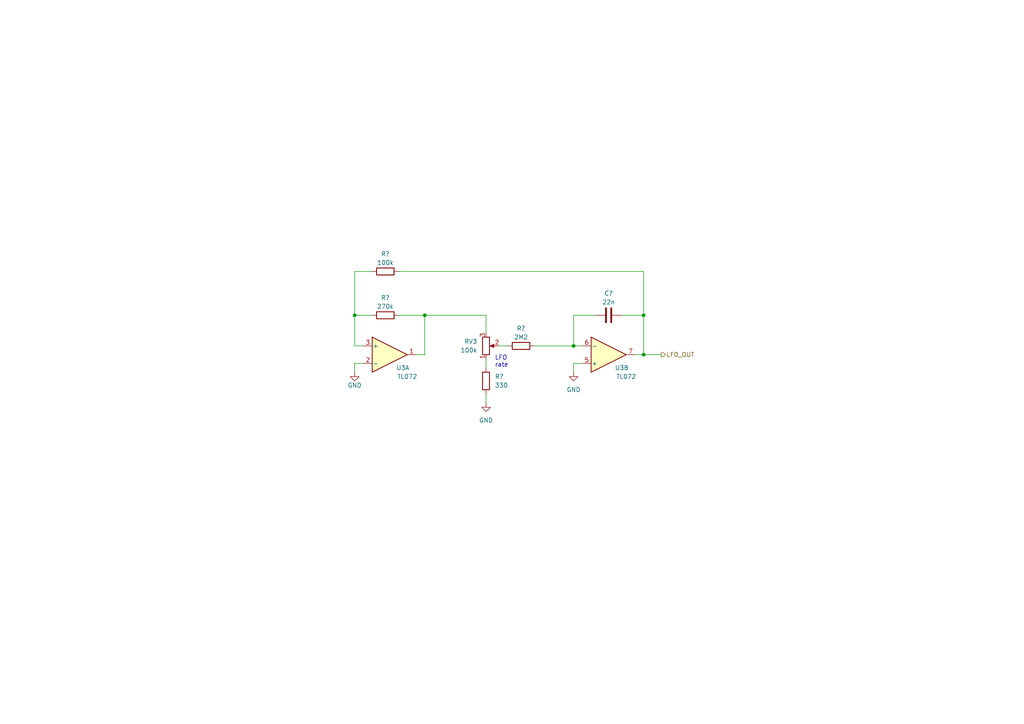
<source format=kicad_sch>
(kicad_sch (version 20211123) (generator eeschema)
  (paper "A4")
  (title_block (title "M.S.M. Stereo Lowpass Filter Pedal") (date "2022-05-19") (rev "0") (comment 2 "creativecommons.org/licenses/by/4.0") (comment 3 "License: CC by 4.0") (comment 4 "Author: Jordan Aceto"))
  (lib_symbols
    (symbol "Amplifier_Operational:TL072" (pin_names (offset 0.127))
      (property "Reference" "U" (at 0 5.08 0))
      (property "Value" "TL072" (at 0 -5.08 0))
      (symbol "TL072_1_1"
        (polyline (pts (xy -5.08 5.08) (xy 5.08 0) (xy -5.08 -5.08) (xy -5.08 5.08)) (stroke (width 0.254)) (fill (type background)))
        (pin output line (at 7.62 0 180) (length 2.54) (name "~") (number "1"))
        (pin input line (at -7.62 -2.54 0) (length 2.54) (name "-") (number "2"))
        (pin input line (at -7.62 2.54 0) (length 2.54) (name "+") (number "3"))
      )
      (symbol "TL072_2_1"
        (polyline (pts (xy -5.08 5.08) (xy 5.08 0) (xy -5.08 -5.08) (xy -5.08 5.08)) (stroke (width 0.254)) (fill (type background)))
        (pin input line (at -7.62 2.54 0) (length 2.54) (name "+") (number "5"))
        (pin input line (at -7.62 -2.54 0) (length 2.54) (name "-") (number "6"))
        (pin output line (at 7.62 0 180) (length 2.54) (name "~") (number "7"))
      )
      (symbol "TL072_3_1"
        (pin power_in line (at -2.54 -7.62 90) (length 3.81) (name "V-") (number "4"))
        (pin power_in line (at -2.54 7.62 270) (length 3.81) (name "V+") (number "8"))
      )
    )
    (symbol "Device:C" (pin_numbers hide) (pin_names (offset 0.254))
      (property "Reference" "C" (at 0.635 2.54 0))
      (property "Value" "C" (at 0.635 -2.54 0))
      (symbol "C_0_1"
        (polyline (pts (xy -2.032 -0.762) (xy 2.032 -0.762)) (stroke (width 0.508)))
        (polyline (pts (xy -2.032 0.762) (xy 2.032 0.762)) (stroke (width 0.508)))
      )
      (symbol "C_1_1"
        (pin passive line (at 0 3.81 270) (length 2.794) (name "~") (number "1"))
        (pin passive line (at 0 -3.81 90) (length 2.794) (name "~") (number "2"))
      )
    )
    (symbol "Device:R" (pin_numbers hide) (pin_names (offset 0))
      (property "Reference" "R" (at 2.032 0 90))
      (property "Value" "R" (at 0 0 90))
      (symbol "R_0_1"
        (rectangle (start -1.016 -2.54) (end 1.016 2.54) (stroke (width 0.254)))
      )
      (symbol "R_1_1"
        (pin passive line (at 0 3.81 270) (length 1.27) (name "~") (number "1"))
        (pin passive line (at 0 -3.81 90) (length 1.27) (name "~") (number "2"))
      )
    )
    (symbol "Device:R_Potentiometer" (pin_names (offset 1.016) hide)
      (property "Reference" "RV" (at -4.445 0 90))
      (property "Value" "R_Potentiometer" (at -2.54 0 90))
      (symbol "R_Potentiometer_0_1"
        (polyline (pts (xy 2.54 0) (xy 1.524 0)))
        (polyline (pts (xy 1.143 0) (xy 2.286 0.508) (xy 2.286 -0.508) (xy 1.143 0)) (fill (type outline)))
        (rectangle (start 1.016 2.54) (end -1.016 -2.54) (stroke (width 0.254)))
      )
      (symbol "R_Potentiometer_1_1"
        (pin passive line (at 0 3.81 270) (length 1.27) (name "1") (number "1"))
        (pin passive line (at 3.81 0 180) (length 1.27) (name "2") (number "2"))
        (pin passive line (at 0 -3.81 90) (length 1.27) (name "3") (number "3"))
      )
    )
    (symbol "power:GND" (power) (pin_names (offset 0))
      (property "Value" "GND" (at 0 -3.81 0))
      (symbol "GND_0_1"
        (polyline (pts (xy 0 0) (xy 0 -1.27) (xy 1.27 -1.27) (xy 0 -2.54) (xy -1.27 -1.27) (xy 0 -1.27)))
      )
      (symbol "GND_1_1"
        (pin power_in line (at 0 0 270) (length 0) hide (name "GND") (number "1"))
      )
    )
  )
  (junction (at 123.19 91.44))
  (junction (at 166.37 100.33))
  (junction (at 186.69 102.87))
  (junction (at 102.87 91.44))
  (junction (at 186.69 91.44))
  (wire (pts (xy 102.87 78.74) (xy 102.87 91.44)))
  (wire (pts (xy 186.69 91.44) (xy 186.69 78.74)))
  (wire (pts (xy 102.87 105.41) (xy 105.41 105.41)))
  (wire (pts (xy 154.94 100.33) (xy 166.37 100.33)))
  (wire (pts (xy 168.91 100.33) (xy 166.37 100.33)))
  (wire (pts (xy 123.19 91.44) (xy 123.19 102.87)))
  (wire (pts (xy 180.34 91.44) (xy 186.69 91.44)))
  (wire (pts (xy 166.37 105.41) (xy 168.91 105.41)))
  (wire (pts (xy 144.78 100.33) (xy 147.32 100.33)))
  (wire (pts (xy 107.95 78.74) (xy 102.87 78.74)))
  (wire (pts (xy 166.37 91.44) (xy 172.72 91.44)))
  (wire (pts (xy 123.19 91.44) (xy 115.57 91.44)))
  (wire (pts (xy 102.87 100.33) (xy 102.87 91.44)))
  (wire (pts (xy 140.97 96.52) (xy 140.97 91.44)))
  (wire (pts (xy 120.65 102.87) (xy 123.19 102.87)))
  (wire (pts (xy 186.69 102.87) (xy 191.77 102.87)))
  (wire (pts (xy 186.69 91.44) (xy 186.69 102.87)))
  (wire (pts (xy 102.87 91.44) (xy 107.95 91.44)))
  (wire (pts (xy 115.57 78.74) (xy 186.69 78.74)))
  (wire (pts (xy 166.37 100.33) (xy 166.37 91.44)))
  (wire (pts (xy 140.97 104.14) (xy 140.97 106.68)))
  (wire (pts (xy 105.41 100.33) (xy 102.87 100.33)))
  (wire (pts (xy 102.87 107.95) (xy 102.87 105.41)))
  (wire (pts (xy 140.97 114.3) (xy 140.97 116.84)))
  (wire (pts (xy 166.37 107.95) (xy 166.37 105.41)))
  (wire (pts (xy 140.97 91.44) (xy 123.19 91.44)))
  (wire (pts (xy 184.15 102.87) (xy 186.69 102.87)))
  (text "LFO\nrate" (at 143.51 106.68 0) (effects (font (size 1.27 1.27)) (justify left bottom)))
  (hierarchical_label "LFO_OUT" (shape output) (at 191.77 102.87 0))
  (symbol (lib_id "Device:R") (at 111.76 78.74 90) (unit 1)
    (property "Reference" "R?" (at 111.76 73.66 90))
    (property "Value" "100k" (at 111.76 76.2 90))
  )
  (symbol (lib_id "Amplifier_Operational:TL072") (at 176.53 102.87 0) (mirror x) (unit 2)
    (property "Reference" "U3" (at 180.34 106.68 0))
    (property "Value" "TL072" (at 181.61 109.22 0))
    (property "Datasheet" "http://www.ti.com/lit/ds/symlink/tl071.pdf" (effects hide))
  )
  (symbol (lib_id "Device:R") (at 140.97 110.49 0) (unit 1)
    (property "Reference" "R?" (at 143.51 109.2199 0) (effects (justify left)))
    (property "Value" "330" (at 143.51 111.7599 0) (effects (justify left)))
  )
  (symbol (lib_id "power:GND") (at 102.87 107.95 0) (unit 1)
    (property "Reference" "#PWR?" (effects hide))
    (property "Value" "GND" (at 102.87 111.76 0))
  )
  (symbol (lib_id "Device:R") (at 111.76 91.44 90) (unit 1)
    (property "Reference" "R?" (at 111.76 86.36 90))
    (property "Value" "270k" (at 111.76 88.9 90))
  )
  (symbol (lib_id "Device:C") (at 176.53 91.44 90) (unit 1)
    (property "Reference" "C?" (at 176.53 85.09 90))
    (property "Value" "22n" (at 176.53 87.63 90))
  )
  (symbol (lib_id "power:GND") (at 140.97 116.84 0) (unit 1)
    (property "Reference" "#PWR?" (effects hide))
    (property "Value" "GND" (at 140.97 121.92 0))
  )
  (symbol (lib_id "Device:R_Potentiometer") (at 140.97 100.33 0) (mirror x) (unit 1)
    (property "Reference" "RV3" (at 138.43 99.0599 0) (effects (justify right)))
    (property "Value" "100k" (at 138.43 101.5999 0) (effects (justify right)))
  )
  (symbol (lib_id "power:GND") (at 166.37 107.95 0) (unit 1)
    (property "Reference" "#PWR?" (effects hide))
    (property "Value" "GND" (at 166.37 113.03 0))
  )
  (symbol (lib_id "Device:R") (at 151.13 100.33 90) (unit 1)
    (property "Reference" "R?" (at 151.13 95.25 90))
    (property "Value" "2M2" (at 151.13 97.79 90))
  )
  (symbol (lib_id "Amplifier_Operational:TL072") (at 113.03 102.87 0) (unit 1)
    (property "Reference" "U3" (at 116.84 106.68 0))
    (property "Value" "TL072" (at 118.11 109.22 0))
    (property "Datasheet" "http://www.ti.com/lit/ds/symlink/tl071.pdf" (effects hide))
  )
)
</source>
